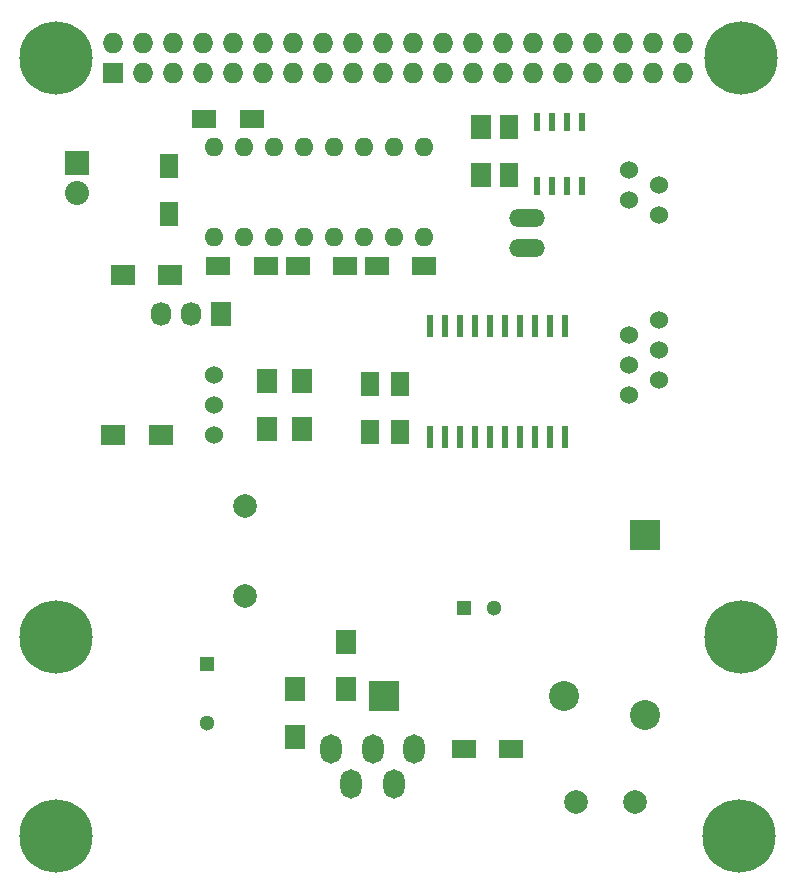
<source format=gts>
G04 #@! TF.FileFunction,Soldermask,Top*
%FSLAX46Y46*%
G04 Gerber Fmt 4.6, Leading zero omitted, Abs format (unit mm)*
G04 Created by KiCad (PCBNEW 4.0.2+dfsg1-2~bpo8+1-stable) date Sat 10 Dec 2016 13:59:47 GMT*
%MOMM*%
G01*
G04 APERTURE LIST*
%ADD10C,0.100000*%
%ADD11C,6.200000*%
%ADD12O,1.600000X1.600000*%
%ADD13R,1.600000X2.000000*%
%ADD14R,0.600000X1.950000*%
%ADD15R,1.300000X1.300000*%
%ADD16C,1.300000*%
%ADD17O,1.800860X2.499360*%
%ADD18R,2.000000X1.600000*%
%ADD19O,3.014980X1.506220*%
%ADD20C,1.998980*%
%ADD21R,2.032000X2.032000*%
%ADD22O,2.032000X2.032000*%
%ADD23R,1.727200X2.032000*%
%ADD24O,1.727200X2.032000*%
%ADD25C,1.524000*%
%ADD26R,2.000000X1.700000*%
%ADD27R,1.700000X2.000000*%
%ADD28R,0.600000X1.550000*%
%ADD29R,1.727200X1.727200*%
%ADD30O,1.727200X1.727200*%
%ADD31C,2.000000*%
%ADD32C,2.540000*%
%ADD33R,2.540000X2.540000*%
G04 APERTURE END LIST*
D10*
D11*
X179500000Y-124500000D03*
X121610000Y-124500000D03*
D12*
X135000000Y-73800000D03*
X137540000Y-73800000D03*
X140080000Y-73800000D03*
X142620000Y-73800000D03*
X145160000Y-73800000D03*
X147700000Y-73800000D03*
X150240000Y-73800000D03*
X152780000Y-73800000D03*
X152780000Y-66180000D03*
X150240000Y-66180000D03*
X147700000Y-66180000D03*
X145160000Y-66180000D03*
X142620000Y-66180000D03*
X140080000Y-66180000D03*
X137540000Y-66180000D03*
X135000000Y-66180000D03*
D13*
X150750000Y-90250000D03*
X150750000Y-86250000D03*
D14*
X153285000Y-90700000D03*
X154555000Y-90700000D03*
X155825000Y-90700000D03*
X157095000Y-90700000D03*
X158365000Y-90700000D03*
X159635000Y-90700000D03*
X160905000Y-90700000D03*
X162175000Y-90700000D03*
X163445000Y-90700000D03*
X164715000Y-90700000D03*
X164715000Y-81300000D03*
X163445000Y-81300000D03*
X162175000Y-81300000D03*
X160905000Y-81300000D03*
X159635000Y-81300000D03*
X158365000Y-81300000D03*
X157095000Y-81300000D03*
X155825000Y-81300000D03*
X154555000Y-81300000D03*
X153285000Y-81300000D03*
D13*
X160000000Y-68500000D03*
X160000000Y-64500000D03*
D15*
X134450000Y-109900000D03*
D16*
X134450000Y-114900000D03*
X158700000Y-105150000D03*
D15*
X156200000Y-105150000D03*
D17*
X148450000Y-117100160D03*
X151950120Y-117100160D03*
X144949880Y-117100160D03*
X146649140Y-120099900D03*
X150250860Y-120099900D03*
D11*
X179610000Y-107610000D03*
X179610000Y-58610000D03*
X121610000Y-107620000D03*
X121610000Y-58610000D03*
D18*
X135400000Y-76200000D03*
X139400000Y-76200000D03*
X142100000Y-76200000D03*
X146100000Y-76200000D03*
X138200000Y-63800000D03*
X134200000Y-63800000D03*
D13*
X131200000Y-67800000D03*
X131200000Y-71800000D03*
D18*
X152800000Y-76200000D03*
X148800000Y-76200000D03*
D13*
X148250000Y-90250000D03*
X148250000Y-86250000D03*
D19*
X161500000Y-74670000D03*
X161500000Y-72130000D03*
D20*
X137655000Y-96555000D03*
X137655000Y-104175000D03*
D21*
X123400000Y-67500000D03*
D22*
X123400000Y-70040000D03*
D23*
X135636000Y-80264000D03*
D24*
X133096000Y-80264000D03*
X130556000Y-80264000D03*
D25*
X135000000Y-88040000D03*
X135000000Y-90580000D03*
X135000000Y-85500000D03*
D26*
X127286000Y-76962000D03*
X131286000Y-76962000D03*
D27*
X157600000Y-64500000D03*
X157600000Y-68500000D03*
X139500000Y-86000000D03*
X139500000Y-90000000D03*
X142500000Y-90000000D03*
X142500000Y-86000000D03*
D26*
X126500000Y-90575000D03*
X130500000Y-90575000D03*
D27*
X146180000Y-108080000D03*
X146180000Y-112080000D03*
X141850000Y-112070000D03*
X141850000Y-116070000D03*
D28*
X162345000Y-69450000D03*
X163615000Y-69450000D03*
X164885000Y-69450000D03*
X166155000Y-69450000D03*
X166155000Y-64050000D03*
X164885000Y-64050000D03*
X163615000Y-64050000D03*
X162345000Y-64050000D03*
D29*
X126470000Y-59870000D03*
D30*
X126470000Y-57330000D03*
X129010000Y-59870000D03*
X129010000Y-57330000D03*
X131550000Y-59870000D03*
X131550000Y-57330000D03*
X134090000Y-59870000D03*
X134090000Y-57330000D03*
X136630000Y-59870000D03*
X136630000Y-57330000D03*
X139170000Y-59870000D03*
X139170000Y-57330000D03*
X141710000Y-59870000D03*
X141710000Y-57330000D03*
X144250000Y-59870000D03*
X144250000Y-57330000D03*
X146790000Y-59870000D03*
X146790000Y-57330000D03*
X149330000Y-59870000D03*
X149330000Y-57330000D03*
X151870000Y-59870000D03*
X151870000Y-57330000D03*
X154410000Y-59870000D03*
X154410000Y-57330000D03*
X156950000Y-59870000D03*
X156950000Y-57330000D03*
X159490000Y-59870000D03*
X159490000Y-57330000D03*
X162030000Y-59870000D03*
X162030000Y-57330000D03*
X164570000Y-59870000D03*
X164570000Y-57330000D03*
X167110000Y-59870000D03*
X167110000Y-57330000D03*
X169650000Y-59870000D03*
X169650000Y-57330000D03*
X172190000Y-59870000D03*
X172190000Y-57330000D03*
X174730000Y-59870000D03*
X174730000Y-57330000D03*
D18*
X156200000Y-117150000D03*
X160200000Y-117150000D03*
D25*
X170200000Y-84640000D03*
X170200000Y-82100000D03*
X170200000Y-87180000D03*
X172740000Y-80830000D03*
X172740000Y-83370000D03*
X172740000Y-85910000D03*
D31*
X165700000Y-121600000D03*
X170700000Y-121600000D03*
D25*
X172740000Y-69370000D03*
X172740000Y-71910000D03*
X170200000Y-70640000D03*
X170200000Y-68100000D03*
D32*
X171502960Y-114241220D03*
D33*
X171502960Y-99001220D03*
D32*
X164691220Y-112647040D03*
D33*
X149451220Y-112647040D03*
M02*

</source>
